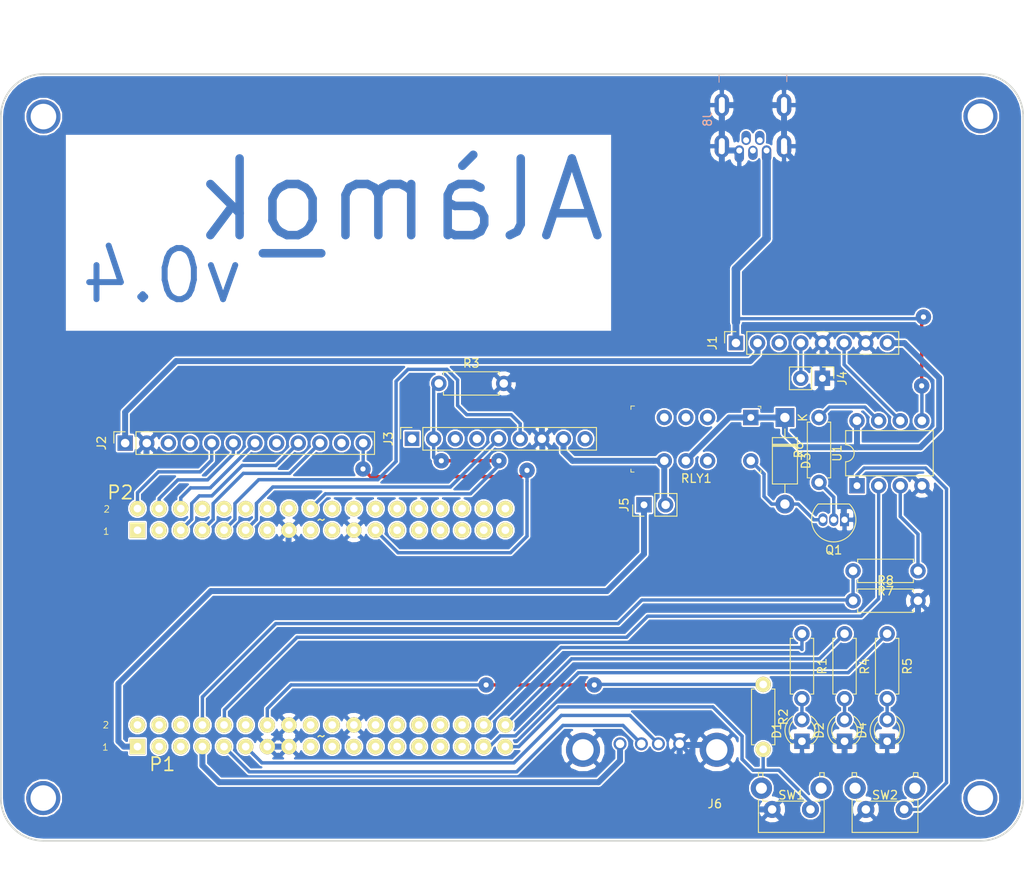
<source format=kicad_pcb>
(kicad_pcb (version 20171130) (host pcbnew "(5.0.0-rc2-dev-567-g482fd866b)")
  (title_block (title "<Add project name here>") (date 2017-08-14))
  (layers (0 Top signal) (1 VDD signal) (2 DigitalGND signal) (31 Bottom signal) (34 B.Paste user) (35 F.Paste user) (36 B.SilkS user hide) (37 F.SilkS user hide) (38 B.Mask user) (39 F.Mask user) (44 Edge.Cuts user))
  (net 0 "")
  (net 1 GND)
  (net 2 USB_DC)
  (net 3 VDD_5V)
  (net 4 VDD_3V3B)
  (net 5 SYS_5V)
  (net 6 VIN.BAT)
  (net 7 "/(U1.P12)PWM1A")
  (net 8 "/(U1.T16)")
  (net 9 "/(U1.P5)GPIO-0.23")
  (net 10 "/(U1.R15)")
  (net 11 "/(U1.P15)UART4.RX")
  (net 12 "/(U1.T15)")
  (net 13 "/(U1.R16)UART4.TX")
  (net 14 "/(U1.N14)")
  (net 15 "/(U1.B11)I2C1.SCL")
  (net 16 "/(U1.R13)")
  (net 17 "/(U1.A11)I2C1.SDA")
  (net 18 "/(U1.T11)PWR.BTN")
  (net 19 /BAT.TEMP)
  (net 20 "/(U1.T7)")
  (net 21 "/(U1.P7)PRU-0.15")
  (net 22 "/(U1.T5)")
  (net 23 "/(U1.R7)")
  (net 24 "/(U1.T6)PRU-0.14")
  (net 25 "/(U1.P6)")
  (net 26 "/(U1.C13)SPI1.MOSI")
  (net 27 "/(U1.R11)RESET#")
  (net 28 "/(U1.C12)SPI1.MISO")
  (net 29 "/(U1.C3)PRU-0.6")
  (net 30 "/(U1.C5)SPI1.CLK")
  (net 31 "/(U1.B1)PRU-0.3")
  (net 32 "/(U1.A4)SPI1.CS")
  (net 33 "/(U1.B2)PRU-0.2")
  (net 34 "/(U1.R6)")
  (net 35 "/(U1.B3)PRU-0.5")
  (net 36 "/(U1.F3)AIN5~3.3V")
  (net 37 "/(U1.N13)AIN7~1.8V")
  (net 38 "/(U1.A1)PWM0A")
  (net 39 "/(U1.F1)")
  (net 40 "/(U1.R5)GPIO-0.26")
  (net 41 "/(U1.A2)PRU-0.1")
  (net 42 "/(U1.A12)UART0.RX")
  (net 43 "/(U1.A3)PRU-0.4")
  (net 44 "/(U1.B12)UART0.TX")
  (net 45 "/(U1.C4)PRU-0.7")
  (net 46 "/(U1.A10)I2C2.SCL")
  (net 47 "/(U1.C7)AIN4~1.8V")
  (net 48 "/(U1.B10)I2C2.SDA")
  (net 49 "/(U1.C6)AIN3~1.8V")
  (net 50 "/(U1.B6)AIN2~1.8V")
  (net 51 "/(U1.B8)AIN1~1.8V")
  (net 52 "/(U1.B4)PRU-0.16")
  (net 53 "/(U1.A8)AIN0~1.8V")
  (net 54 "/(U1.B7)VREF+")
  (net 55 "/(U1.B9)VREF-")
  (net 56 "/(U1.B14)SPI0.MOSI")
  (net 57 "/(U1.L15)USB1.D+")
  (net 58 "/(U1.B13)SPI0.MISO")
  (net 59 "/(U1.L16)USB1.D-")
  (net 60 "/(U1.A13)SPI0.CLK")
  (net 61 "/(U1.A14)SPI0.CS")
  (net 62 "/(U1.M15)USB1.VBUS")
  (net 63 "/(U1.E1)")
  (net 64 "/(U1.M14)USB1.DRVVBUS")
  (net 65 "/(U1.F2)AIN6~3.3V")
  (net 66 /Vbat)
  (net 67 "Net-(J1-Pad3)")
  (net 68 /EN)
  (net 69 "Net-(J2-Pad3)")
  (net 70 "Net-(J2-Pad4)")
  (net 71 "Net-(J2-Pad8)")
  (net 72 "Net-(J2-Pad11)")
  (net 73 "Net-(J3-Pad1)")
  (net 74 "Net-(J3-Pad3)")
  (net 75 "Net-(J3-Pad4)")
  (net 76 "Net-(J3-Pad9)")
  (net 77 "Net-(D1-Pad2)")
  (net 78 "Net-(D2-Pad2)")
  (net 79 /VinPB)
  (net 80 /5Vin)
  (net 81 "Net-(D3-Pad2)")
  (net 82 "Net-(D4-Pad2)")
  (net 83 /Vusb)
  (net 84 /LBO)
  (net 85 "Net-(J8-Pad3)")
  (net 86 "Net-(J8-Pad4)")
  (net 87 "Net-(J8-Pad2)")
  (net 88 "Net-(Q1-Pad2)")
  (net 89 /Relay)
  (net 90 "Net-(R7-Pad1)")
  (net 91 "Net-(RLY1-Pad10)")
  (net 92 "Net-(RLY1-Pad3)")
  (net 93 /Reset)
  (net 94 "Net-(RLY1-Pad5)")
  (net 95 "Net-(RLY1-Pad4)")
  (module connectors:USB_A_0482580001 (layer Top) (at 98.550082 104.183026)
    (fp_text reference J6 (at 7.62 6.35) (layer F.SilkS))
    (fp_text value USB_A)
    (pad 5 thru_hole circle (at 7.85 0) (size 4 4) (drill 2.5) (layers *.Cu *.Mask) (net 1 GND))
    (pad 5 thru_hole circle (at -7.85 0) (size 4 4) (drill 2.5) (layers *.Cu *.Mask) (net 1 GND))
    (pad 4 thru_hole circle (at 3.5 -0.7) (size 1.524 1.524) (drill 1) (layers *.Cu *.Mask) (net 1 GND))
    (pad 3 thru_hole circle (at 1 -0.7) (size 1.524 1.524) (drill 1) (layers *.Cu *.Mask) (net 57 "/(U1.L15)USB1.D+"))
    (pad 2 thru_hole circle (at -1 -0.7 90) (size 1.524 1.524) (drill 1) (layers *.Cu *.Mask) (net 59 "/(U1.L16)USB1.D-"))
    (pad 1 thru_hole circle (at -3.5 -0.7) (size 1.524 1.524) (drill 1) (layers *.Cu *.Mask) (net 2 USB_DC))
  )
  (module "PocketBeagle.pretty:TH-2X18-(35MIL-DIA)-W_O-SILK" (layer Top) (at 59.998336 102.541502)
    (fp_text reference P1 (at -18.68678 3.34518) (layer F.SilkS) (effects (font (size 1.56845 1.56845) (thickness 0.19812))))
    (fp_text value ~ (at 0 0) (layer F.SilkS) (effects (font (size 1.524 1.524))))
    (pad 36 thru_hole circle (at 21.59 -1.27) (size 1.8 1.8) (drill 0.9) (layers *.Cu *.Mask F.SilkS) (net 38 "/(U1.A1)PWM0A"))
    (pad 35 thru_hole circle (at 21.59 1.27) (size 1.8 1.8) (drill 0.9) (layers *.Cu *.Mask F.SilkS) (net 39 "/(U1.F1)"))
    (pad 34 thru_hole circle (at 19.05 -1.27) (size 1.8 1.8) (drill 0.9) (layers *.Cu *.Mask F.SilkS) (net 40 "/(U1.R5)GPIO-0.26"))
    (pad 33 thru_hole circle (at 19.05 1.27) (size 1.8 1.8) (drill 0.9) (layers *.Cu *.Mask F.SilkS) (net 41 "/(U1.A2)PRU-0.1"))
    (pad 32 thru_hole circle (at 16.51 -1.27) (size 1.8 1.8) (drill 0.9) (layers *.Cu *.Mask F.SilkS) (net 42 "/(U1.A12)UART0.RX"))
    (pad 31 thru_hole circle (at 16.51 1.27) (size 1.8 1.8) (drill 0.9) (layers *.Cu *.Mask F.SilkS) (net 43 "/(U1.A3)PRU-0.4"))
    (pad 30 thru_hole circle (at 13.97 -1.27) (size 1.8 1.8) (drill 0.9) (layers *.Cu *.Mask F.SilkS) (net 44 "/(U1.B12)UART0.TX"))
    (pad 29 thru_hole circle (at 13.97 1.27) (size 1.8 1.8) (drill 0.9) (layers *.Cu *.Mask F.SilkS) (net 45 "/(U1.C4)PRU-0.7"))
    (pad 28 thru_hole circle (at 11.43 -1.27) (size 1.8 1.8) (drill 0.9) (layers *.Cu *.Mask F.SilkS) (net 46 "/(U1.A10)I2C2.SCL"))
    (pad 27 thru_hole circle (at 11.43 1.27) (size 1.8 1.8) (drill 0.9) (layers *.Cu *.Mask F.SilkS) (net 47 "/(U1.C7)AIN4~1.8V"))
    (pad 26 thru_hole circle (at 8.89 -1.27) (size 1.8 1.8) (drill 0.9) (layers *.Cu *.Mask F.SilkS) (net 48 "/(U1.B10)I2C2.SDA"))
    (pad 25 thru_hole circle (at 8.89 1.27) (size 1.8 1.8) (drill 0.9) (layers *.Cu *.Mask F.SilkS) (net 49 "/(U1.C6)AIN3~1.8V"))
    (pad 24 thru_hole circle (at 6.35 -1.27) (size 1.8 1.8) (drill 0.9) (layers *.Cu *.Mask F.SilkS) (net 5 SYS_5V))
    (pad 23 thru_hole circle (at 6.35 1.27) (size 1.8 1.8) (drill 0.9) (layers *.Cu *.Mask F.SilkS) (net 50 "/(U1.B6)AIN2~1.8V"))
    (pad 22 thru_hole circle (at 3.81 -1.27) (size 1.8 1.8) (drill 0.9) (layers *.Cu *.Mask F.SilkS) (net 1 GND))
    (pad 21 thru_hole circle (at 3.81 1.27) (size 1.8 1.8) (drill 0.9) (layers *.Cu *.Mask F.SilkS) (net 51 "/(U1.B8)AIN1~1.8V"))
    (pad 20 thru_hole circle (at 1.27 -1.27) (size 1.8 1.8) (drill 0.9) (layers *.Cu *.Mask F.SilkS) (net 52 "/(U1.B4)PRU-0.16"))
    (pad 19 thru_hole circle (at 1.27 1.27) (size 1.8 1.8) (drill 0.9) (layers *.Cu *.Mask F.SilkS) (net 53 "/(U1.A8)AIN0~1.8V"))
    (pad 18 thru_hole circle (at -1.27 -1.27) (size 1.8 1.8) (drill 0.9) (layers *.Cu *.Mask F.SilkS) (net 54 "/(U1.B7)VREF+"))
    (pad 17 thru_hole circle (at -1.27 1.27) (size 1.8 1.8) (drill 0.9) (layers *.Cu *.Mask F.SilkS) (net 55 "/(U1.B9)VREF-"))
    (pad 16 thru_hole circle (at -3.81 -1.27) (size 1.8 1.8) (drill 0.9) (layers *.Cu *.Mask F.SilkS) (net 1 GND))
    (pad 15 thru_hole circle (at -3.81 1.27) (size 1.8 1.8) (drill 0.9) (layers *.Cu *.Mask F.SilkS) (net 1 GND))
    (pad 14 thru_hole circle (at -6.35 -1.27) (size 1.8 1.8) (drill 0.9) (layers *.Cu *.Mask F.SilkS) (net 4 VDD_3V3B))
    (pad 13 thru_hole circle (at -6.35 1.27) (size 1.8 1.8) (drill 0.9) (layers *.Cu *.Mask F.SilkS) (net 1 GND))
    (pad 12 thru_hole circle (at -8.89 -1.27) (size 1.8 1.8) (drill 0.9) (layers *.Cu *.Mask F.SilkS) (net 56 "/(U1.B14)SPI0.MOSI"))
    (pad 11 thru_hole circle (at -8.89 1.27) (size 1.8 1.8) (drill 0.9) (layers *.Cu *.Mask F.SilkS) (net 57 "/(U1.L15)USB1.D+"))
    (pad 10 thru_hole circle (at -11.43 -1.27) (size 1.8 1.8) (drill 0.9) (layers *.Cu *.Mask F.SilkS) (net 58 "/(U1.B13)SPI0.MISO"))
    (pad 9 thru_hole circle (at -11.43 1.27) (size 1.8 1.8) (drill 0.9) (layers *.Cu *.Mask F.SilkS) (net 59 "/(U1.L16)USB1.D-"))
    (pad 8 thru_hole circle (at -13.97 -1.27) (size 1.8 1.8) (drill 0.9) (layers *.Cu *.Mask F.SilkS) (net 60 "/(U1.A13)SPI0.CLK"))
    (pad 7 thru_hole circle (at -13.97 1.27) (size 1.8 1.8) (drill 0.9) (layers *.Cu *.Mask F.SilkS) (net 2 USB_DC))
    (pad 6 thru_hole circle (at -16.51 -1.27) (size 1.8 1.8) (drill 0.9) (layers *.Cu *.Mask F.SilkS) (net 61 "/(U1.A14)SPI0.CS"))
    (pad 5 thru_hole circle (at -16.51 1.27) (size 1.8 1.8) (drill 0.9) (layers *.Cu *.Mask F.SilkS) (net 62 "/(U1.M15)USB1.VBUS"))
    (pad 4 thru_hole circle (at -19.05 -1.27) (size 1.8 1.8) (drill 0.9) (layers *.Cu *.Mask F.SilkS) (net 63 "/(U1.E1)"))
    (pad 3 thru_hole circle (at -19.05 1.27) (size 1.8 1.8) (drill 0.9) (layers *.Cu *.Mask F.SilkS) (net 64 "/(U1.M14)USB1.DRVVBUS"))
    (pad 2 thru_hole circle (at -21.59 -1.27) (size 1.8 1.8) (drill 0.9) (layers *.Cu *.Mask F.SilkS) (net 65 "/(U1.F2)AIN6~3.3V"))
    (pad 1 thru_hole rect (at -21.59 1.27) (size 1.8 1.8) (drill 0.889) (layers *.Cu *.Mask F.SilkS) (net 79 /VinPB))
  )
  (module "PocketBeagle.pretty:TH-2X18-(35MIL-DIA)-W_O-SILK" (layer Top) (at 59.998336 77.141502)
    (fp_text reference P2 (at -23.6055 -3.15468 -180) (layer F.SilkS) (effects (font (size 1.56845 1.56845) (thickness 0.19812))))
    (fp_text value ~ (at 0 0) (layer F.SilkS) (effects (font (size 1.524 1.524))))
    (pad 1 thru_hole rect (at -21.59 1.27) (size 1.8 1.8) (drill 0.889) (layers *.Cu *.Mask F.SilkS) (net 7 "/(U1.P12)PWM1A"))
    (pad 2 thru_hole circle (at -21.59 -1.27) (size 1.8 1.8) (drill 0.9) (layers *.Cu *.Mask F.SilkS) (net 8 "/(U1.T16)"))
    (pad 3 thru_hole circle (at -19.05 1.27) (size 1.8 1.8) (drill 0.9) (layers *.Cu *.Mask F.SilkS) (net 9 "/(U1.P5)GPIO-0.23"))
    (pad 4 thru_hole circle (at -19.05 -1.27) (size 1.8 1.8) (drill 0.9) (layers *.Cu *.Mask F.SilkS) (net 10 "/(U1.R15)"))
    (pad 5 thru_hole circle (at -16.51 1.27) (size 1.8 1.8) (drill 0.9) (layers *.Cu *.Mask F.SilkS) (net 11 "/(U1.P15)UART4.RX"))
    (pad 6 thru_hole circle (at -16.51 -1.27) (size 1.8 1.8) (drill 0.9) (layers *.Cu *.Mask F.SilkS) (net 12 "/(U1.T15)"))
    (pad 7 thru_hole circle (at -13.97 1.27) (size 1.8 1.8) (drill 0.9) (layers *.Cu *.Mask F.SilkS) (net 13 "/(U1.R16)UART4.TX"))
    (pad 8 thru_hole circle (at -13.97 -1.27) (size 1.8 1.8) (drill 0.9) (layers *.Cu *.Mask F.SilkS) (net 14 "/(U1.N14)"))
    (pad 9 thru_hole circle (at -11.43 1.27) (size 1.8 1.8) (drill 0.9) (layers *.Cu *.Mask F.SilkS) (net 15 "/(U1.B11)I2C1.SCL"))
    (pad 10 thru_hole circle (at -11.43 -1.27) (size 1.8 1.8) (drill 0.9) (layers *.Cu *.Mask F.SilkS) (net 16 "/(U1.R13)"))
    (pad 11 thru_hole circle (at -8.89 1.27) (size 1.8 1.8) (drill 0.9) (layers *.Cu *.Mask F.SilkS) (net 17 "/(U1.A11)I2C1.SDA"))
    (pad 12 thru_hole circle (at -8.89 -1.27) (size 1.8 1.8) (drill 0.9) (layers *.Cu *.Mask F.SilkS) (net 18 "/(U1.T11)PWR.BTN"))
    (pad 13 thru_hole circle (at -6.35 1.27) (size 1.8 1.8) (drill 0.9) (layers *.Cu *.Mask F.SilkS) (net 5 SYS_5V))
    (pad 14 thru_hole circle (at -6.35 -1.27) (size 1.8 1.8) (drill 0.9) (layers *.Cu *.Mask F.SilkS) (net 6 VIN.BAT))
    (pad 15 thru_hole circle (at -3.81 1.27) (size 1.8 1.8) (drill 0.9) (layers *.Cu *.Mask F.SilkS) (net 1 GND))
    (pad 16 thru_hole circle (at -3.81 -1.27) (size 1.8 1.8) (drill 0.9) (layers *.Cu *.Mask F.SilkS) (net 19 /BAT.TEMP))
    (pad 17 thru_hole circle (at -1.27 1.27) (size 1.8 1.8) (drill 0.9) (layers *.Cu *.Mask F.SilkS) (net 20 "/(U1.T7)"))
    (pad 18 thru_hole circle (at -1.27 -1.27) (size 1.8 1.8) (drill 0.9) (layers *.Cu *.Mask F.SilkS) (net 21 "/(U1.P7)PRU-0.15"))
    (pad 19 thru_hole circle (at 1.27 1.27) (size 1.8 1.8) (drill 0.9) (layers *.Cu *.Mask F.SilkS) (net 22 "/(U1.T5)"))
    (pad 20 thru_hole circle (at 1.27 -1.27) (size 1.8 1.8) (drill 0.9) (layers *.Cu *.Mask F.SilkS) (net 23 "/(U1.R7)"))
    (pad 21 thru_hole circle (at 3.81 1.27) (size 1.8 1.8) (drill 0.9) (layers *.Cu *.Mask F.SilkS) (net 1 GND))
    (pad 22 thru_hole circle (at 3.81 -1.27) (size 1.8 1.8) (drill 0.9) (layers *.Cu *.Mask F.SilkS) (net 24 "/(U1.T6)PRU-0.14"))
    (pad 23 thru_hole circle (at 6.35 1.27) (size 1.8 1.8) (drill 0.9) (layers *.Cu *.Mask F.SilkS) (net 4 VDD_3V3B))
    (pad 24 thru_hole circle (at 6.35 -1.27) (size 1.8 1.8) (drill 0.9) (layers *.Cu *.Mask F.SilkS) (net 25 "/(U1.P6)"))
    (pad 25 thru_hole circle (at 8.89 1.27) (size 1.8 1.8) (drill 0.9) (layers *.Cu *.Mask F.SilkS) (net 26 "/(U1.C13)SPI1.MOSI"))
    (pad 26 thru_hole circle (at 8.89 -1.27) (size 1.8 1.8) (drill 0.9) (layers *.Cu *.Mask F.SilkS) (net 27 "/(U1.R11)RESET#"))
    (pad 27 thru_hole circle (at 11.43 1.27) (size 1.8 1.8) (drill 0.9) (layers *.Cu *.Mask F.SilkS) (net 28 "/(U1.C12)SPI1.MISO"))
    (pad 28 thru_hole circle (at 11.43 -1.27) (size 1.8 1.8) (drill 0.9) (layers *.Cu *.Mask F.SilkS) (net 29 "/(U1.C3)PRU-0.6"))
    (pad 29 thru_hole circle (at 13.97 1.27) (size 1.8 1.8) (drill 0.9) (layers *.Cu *.Mask F.SilkS) (net 30 "/(U1.C5)SPI1.CLK"))
    (pad 30 thru_hole circle (at 13.97 -1.27) (size 1.8 1.8) (drill 0.9) (layers *.Cu *.Mask F.SilkS) (net 31 "/(U1.B1)PRU-0.3"))
    (pad 31 thru_hole circle (at 16.51 1.27) (size 1.8 1.8) (drill 0.9) (layers *.Cu *.Mask F.SilkS) (net 32 "/(U1.A4)SPI1.CS"))
    (pad 32 thru_hole circle (at 16.51 -1.27) (size 1.8 1.8) (drill 0.9) (layers *.Cu *.Mask F.SilkS) (net 33 "/(U1.B2)PRU-0.2"))
    (pad 33 thru_hole circle (at 19.05 1.27) (size 1.8 1.8) (drill 0.9) (layers *.Cu *.Mask F.SilkS) (net 34 "/(U1.R6)"))
    (pad 34 thru_hole circle (at 19.05 -1.27) (size 1.8 1.8) (drill 0.9) (layers *.Cu *.Mask F.SilkS) (net 35 "/(U1.B3)PRU-0.5"))
    (pad 35 thru_hole circle (at 21.59 1.27) (size 1.8 1.8) (drill 0.9) (layers *.Cu *.Mask F.SilkS) (net 36 "/(U1.F3)AIN5~3.3V"))
    (pad 36 thru_hole circle (at 21.59 -1.27) (size 1.8 1.8) (drill 0.9) (layers *.Cu *.Mask F.SilkS) (net 37 "/(U1.N13)AIN7~1.8V"))
  )
  (module LED_THT:LED_D3.0mm (layer Top) (at 116.400082 103.183026 90)
    (fp_text reference D1 (at 1.27 -2.96 90) (layer F.SilkS))
    (fp_text value LED1)
    (pad 2 thru_hole circle (at 2.54 0 90) (size 1.8 1.8) (drill 1) (layers *.Cu *.Mask) (net 77 "Net-(D1-Pad2)"))
    (pad 1 thru_hole rect (at 0 0 90) (size 1.8 1.8) (drill 0.9) (layers *.Cu *.Mask) (net 1 GND))
  )
  (module LED_THT:LED_D3.0mm (layer Top) (at 121.400082 103.183026 90)
    (fp_text reference D2 (at 1.27 -2.96 90) (layer F.SilkS))
    (fp_text value LED2)
    (pad 1 thru_hole rect (at 0 0 90) (size 1.8 1.8) (drill 0.9) (layers *.Cu *.Mask) (net 1 GND))
    (pad 2 thru_hole circle (at 2.54 0 90) (size 1.8 1.8) (drill 1) (layers *.Cu *.Mask) (net 78 "Net-(D2-Pad2)"))
  )
  (module LED_THT:LED_D3.0mm (layer Top) (at 126.400082 103.183026 90)
    (fp_text reference D4 (at 1.27 -2.96 90) (layer F.SilkS))
    (fp_text value LED3)
    (pad 1 thru_hole rect (at 0 0 90) (size 1.8 1.8) (drill 0.9) (layers *.Cu *.Mask) (net 1 GND))
    (pad 2 thru_hole circle (at 2.54 0 90) (size 1.8 1.8) (drill 1) (layers *.Cu *.Mask) (net 82 "Net-(D4-Pad2)"))
  )
  (module Connector_PinSocket_2.54mm:PinSocket_1x08_P2.54mm_Vertical (layer Top) (at 108.650082 56.433026 90)
    (fp_text reference J1 (at 0 -2.77 90) (layer F.SilkS))
    (fp_text value PowerBoost_1000C)
    (pad 1 thru_hole rect (at 0 0 90) (size 1.7 1.7) (drill 1) (layers *.Cu *.Mask) (net 83 /Vusb))
    (pad 2 thru_hole circle (at 0 2.54 90) (size 1.8 1.8) (drill 1) (layers *.Cu *.Mask) (net 66 /Vbat))
    (pad 3 thru_hole circle (at 0 5.08 90) (size 1.8 1.8) (drill 1) (layers *.Cu *.Mask) (net 67 "Net-(J1-Pad3)"))
    (pad 4 thru_hole circle (at 0 7.62 90) (size 1.8 1.8) (drill 1) (layers *.Cu *.Mask) (net 68 /EN))
    (pad 5 thru_hole circle (at 0 10.16 90) (size 1.8 1.8) (drill 1) (layers *.Cu *.Mask) (net 1 GND))
    (pad 6 thru_hole circle (at 0 12.7 90) (size 1.8 1.8) (drill 1) (layers *.Cu *.Mask) (net 84 /LBO))
    (pad 7 thru_hole circle (at 0 15.24 90) (size 1.8 1.8) (drill 1) (layers *.Cu *.Mask) (net 1 GND))
    (pad 8 thru_hole circle (at 0 17.78 90) (size 1.8 1.8) (drill 1) (layers *.Cu *.Mask) (net 80 /5Vin))
  )
  (module Connector_PinSocket_2.54mm:PinSocket_1x12_P2.54mm_Vertical (layer Top) (at 36.960082 68.183026 90)
    (fp_text reference J2 (at 0 -2.77 90) (layer F.SilkS))
    (fp_text value FONA800H)
    (pad 1 thru_hole rect (at 0 0 90) (size 1.8 1.8) (drill 1) (layers *.Cu *.Mask) (net 66 /Vbat))
    (pad 2 thru_hole circle (at 0 2.54 90) (size 1.8 1.8) (drill 1) (layers *.Cu *.Mask) (net 1 GND))
    (pad 3 thru_hole circle (at 0 5.08 90) (size 1.8 1.8) (drill 1) (layers *.Cu *.Mask) (net 69 "Net-(J2-Pad3)"))
    (pad 4 thru_hole circle (at 0 7.62 90) (size 1.8 1.8) (drill 1) (layers *.Cu *.Mask) (net 70 "Net-(J2-Pad4)"))
    (pad 5 thru_hole circle (at 0 10.16 90) (size 1.8 1.8) (drill 1) (layers *.Cu *.Mask) (net 8 "/(U1.T16)"))
    (pad 6 thru_hole circle (at 0 12.7 90) (size 1.8 1.8) (drill 1) (layers *.Cu *.Mask) (net 10 "/(U1.R15)"))
    (pad 7 thru_hole circle (at 0 15.24 90) (size 1.8 1.8) (drill 1) (layers *.Cu *.Mask) (net 12 "/(U1.T15)"))
    (pad 8 thru_hole circle (at 0 17.78 90) (size 1.8 1.8) (drill 1) (layers *.Cu *.Mask) (net 71 "Net-(J2-Pad8)"))
    (pad 9 thru_hole circle (at 0 20.32 90) (size 1.8 1.8) (drill 1) (layers *.Cu *.Mask) (net 11 "/(U1.P15)UART4.RX"))
    (pad 10 thru_hole circle (at 0 22.86 90) (size 1.8 1.8) (drill 1) (layers *.Cu *.Mask) (net 13 "/(U1.R16)UART4.TX"))
    (pad 11 thru_hole circle (at 0 25.4 90) (size 1.8 1.8) (drill 1) (layers *.Cu *.Mask) (net 72 "Net-(J2-Pad11)"))
    (pad 12 thru_hole circle (at 0 27.94 90) (size 1.8 1.8) (drill 1) (layers *.Cu *.Mask) (net 4 VDD_3V3B))
  )
  (module Connector_PinSocket_2.54mm:PinSocket_1x09_P2.54mm_Vertical (layer Top) (at 70.630082 67.683026 90)
    (fp_text reference J3 (at 0 -2.77 90) (layer F.SilkS))
    (fp_text value UltimateGPS)
    (pad 1 thru_hole rect (at 0 0 90) (size 1.7 1.7) (drill 1) (layers *.Cu *.Mask) (net 73 "Net-(J3-Pad1)"))
    (pad 2 thru_hole circle (at 0 2.54 90) (size 1.8 1.8) (drill 1) (layers *.Cu *.Mask) (net 21 "/(U1.P7)PRU-0.15"))
    (pad 3 thru_hole circle (at 0 5.08 90) (size 1.8 1.8) (drill 1) (layers *.Cu *.Mask) (net 74 "Net-(J3-Pad3)"))
    (pad 4 thru_hole circle (at 0 7.62 90) (size 1.8 1.8) (drill 1) (layers *.Cu *.Mask) (net 75 "Net-(J3-Pad4)"))
    (pad 5 thru_hole circle (at 0 10.16 90) (size 1.8 1.8) (drill 1) (layers *.Cu *.Mask) (net 17 "/(U1.A11)I2C1.SDA"))
    (pad 6 thru_hole circle (at 0 12.7 90) (size 1.8 1.8) (drill 1) (layers *.Cu *.Mask) (net 15 "/(U1.B11)I2C1.SCL"))
    (pad 7 thru_hole circle (at 0 15.24 90) (size 1.8 1.8) (drill 1) (layers *.Cu *.Mask) (net 1 GND))
    (pad 8 thru_hole circle (at 0 17.78 90) (size 1.8 1.8) (drill 1) (layers *.Cu *.Mask) (net 3 VDD_5V))
    (pad 9 thru_hole circle (at 0 20.32 90) (size 1.8 1.8) (drill 1) (layers *.Cu *.Mask) (net 76 "Net-(J3-Pad9)"))
  )
  (module Connector_PinHeader_2.54mm:PinHeader_1x02_P2.54mm_Vertical (layer Top) (at 118.800082 60.583026 270)
    (fp_text reference J4 (at 0 -2.33 270) (layer F.SilkS))
    (fp_text value Conn_01x02_Male)
    (pad 2 thru_hole circle (at 0 2.54 270) (size 1.8 1.8) (drill 1) (layers *.Cu *.Mask) (net 68 /EN))
    (pad 1 thru_hole rect (at 0 0 270) (size 1.8 1.8) (drill 0.8) (layers *.Cu *.Mask) (net 1 GND))
  )
  (module Connector_PinHeader_2.54mm:PinHeader_1x02_P2.54mm_Vertical (layer Top) (at 97.860082 75.433026 90)
    (fp_text reference J5 (at 0 -2.33 90) (layer F.SilkS))
    (fp_text value Conn_01x02_Male)
    (pad 1 thru_hole rect (at 0 0 90) (size 1.8 1.8) (drill 0.8) (layers *.Cu *.Mask) (net 79 /VinPB))
    (pad 2 thru_hole circle (at 0 2.54 90) (size 1.8 1.8) (drill 1) (layers *.Cu *.Mask) (net 3 VDD_5V))
  )
  (module connectors:USB_Mini_B_Female_XM7D-0512 (layer Bottom) (at 110.646064 33.83939 270)
    (fp_text reference J8 (at -3.65 5.325 270) (layer B.SilkS) (effects (justify mirror)))
    (fp_text value USB_B_Mini)
    (pad 3 thru_hole oval (at 0 0 270) (size 1.65 1.1) (drill 0.7 (offset 0.275 0)) (layers *.Cu *.Mask) (net 85 "Net-(J8-Pad3)"))
    (pad 5 thru_hole oval (at 0 1.6 270) (size 2 1.1) (drill 0.7 (offset 0.4 0)) (layers *.Cu *.Mask) (net 1 GND))
    (pad 1 thru_hole oval (at 0 -1.6 270) (size 2 1.1) (drill 0.7 (offset 0.4 0)) (layers *.Cu *.Mask) (net 83 /Vusb))
    (pad 4 thru_hole oval (at -1.2 0.8 270) (size 1.65 1.1) (drill 0.7 (offset -0.275 0)) (layers *.Cu *.Mask) (net 86 "Net-(J8-Pad4)"))
    (pad 2 thru_hole oval (at -1.2 -0.8 270) (size 1.65 1.1) (drill 0.7 (offset -0.275 0)) (layers *.Cu *.Mask) (net 87 "Net-(J8-Pad2)"))
    (pad 6 thru_hole oval (at -5.325 3.65 270) (size 2.7 1.7) (drill oval 1.9 0.7) (layers *.Cu *.Mask) (net 1 GND))
    (pad 6 thru_hole oval (at -5.325 -3.65 270) (size 2.7 1.7) (drill oval 1.9 0.7) (layers *.Cu *.Mask) (net 1 GND))
    (pad 6 thru_hole oval (at -0.5 3.65 270) (size 2.7 1.7) (drill oval 1.9 0.7) (layers *.Cu *.Mask) (net 1 GND))
    (pad 6 thru_hole oval (at -0.5 -3.65 270) (size 2.7 1.7) (drill oval 1.9 0.7) (layers *.Cu *.Mask) (net 1 GND))
  )
  (module Package_TO_SOT_THT:TO-92_Inline (layer Top) (at 121.400082 77.183026 180)
    (fp_text reference Q1 (at 1.27 -3.56 180) (layer F.SilkS))
    (fp_text value 2N3904)
    (pad 2 thru_hole oval (at 1.27 0 180) (size 1.05 1.5) (drill 0.75) (layers *.Cu *.Mask) (net 88 "Net-(Q1-Pad2)"))
    (pad 3 thru_hole oval (at 2.54 0 180) (size 1.05 1.5) (drill 0.75) (layers *.Cu *.Mask) (net 81 "Net-(D3-Pad2)"))
    (pad 1 thru_hole rect (at 0 0 180) (size 1.05 1.5) (drill 0.75) (layers *.Cu *.Mask) (net 1 GND))
  )
  (module Resistor_THT:R_Axial_DIN0207_L6.3mm_D2.5mm_P7.62mm_Horizontal (layer Top) (at 116.400082 90.563026 270)
    (fp_text reference R1 (at 3.81 -2.37 270) (layer F.SilkS))
    (fp_text value 330Ohm)
    (pad 2 thru_hole circle (at 7.62 0 270) (size 1.8 1.8) (drill 1) (layers *.Cu *.Mask) (net 77 "Net-(D1-Pad2)"))
    (pad 1 thru_hole circle (at 0 0 270) (size 1.8 1.8) (drill 1) (layers *.Cu *.Mask) (net 40 "/(U1.R5)GPIO-0.26"))
  )
  (module Resistor_THT:R_Axial_DIN0207_L6.3mm_D2.5mm_P7.62mm_Horizontal (layer Top) (at 111.850082 96.513026 270)
    (fp_text reference R2 (at 3.81 -2.37 270) (layer F.SilkS))
    (fp_text value 1kOhm)
    (pad 2 thru_hole circle (at 7.62 0 270) (size 1.8 1.8) (drill 0.9) (layers *.Cu *.Mask F.SilkS) (net 39 "/(U1.F1)"))
    (pad 1 thru_hole circle (at 0 0 270) (size 1.8 1.8) (drill 0.9) (layers *.Cu *.Mask F.SilkS) (net 4 VDD_3V3B))
  )
  (module Resistor_THT:R_Axial_DIN0207_L6.3mm_D2.5mm_P7.62mm_Horizontal (layer Top) (at 73.780082 61.183026)
    (fp_text reference R3 (at 3.81 -2.37) (layer F.SilkS))
    (fp_text value 1kOhm)
    (pad 2 thru_hole circle (at 7.62 0) (size 1.8 1.8) (drill 1) (layers *.Cu *.Mask) (net 1 GND))
    (pad 1 thru_hole circle (at 0 0) (size 1.8 1.8) (drill 1) (layers *.Cu *.Mask) (net 21 "/(U1.P7)PRU-0.15"))
  )
  (module Resistor_THT:R_Axial_DIN0207_L6.3mm_D2.5mm_P7.62mm_Horizontal (layer Top) (at 121.400082 90.563026 270)
    (fp_text reference R4 (at 3.81 -2.37 270) (layer F.SilkS))
    (fp_text value 330Ohm)
    (pad 1 thru_hole circle (at 0 0 270) (size 1.8 1.8) (drill 1) (layers *.Cu *.Mask) (net 38 "/(U1.A1)PWM0A"))
    (pad 2 thru_hole circle (at 7.62 0 270) (size 1.8 1.8) (drill 1) (layers *.Cu *.Mask) (net 78 "Net-(D2-Pad2)"))
  )
  (module Resistor_THT:R_Axial_DIN0207_L6.3mm_D2.5mm_P7.62mm_Horizontal (layer Top) (at 126.400082 90.563026 270)
    (fp_text reference R5 (at 3.81 -2.37 270) (layer F.SilkS))
    (fp_text value 330Ohm)
    (pad 1 thru_hole circle (at 0 0 270) (size 1.8 1.8) (drill 1) (layers *.Cu *.Mask) (net 41 "/(U1.A2)PRU-0.1"))
    (pad 2 thru_hole circle (at 7.62 0 270) (size 1.8 1.8) (drill 1) (layers *.Cu *.Mask) (net 82 "Net-(D4-Pad2)"))
  )
  (module Resistor_THT:R_Axial_DIN0207_L6.3mm_D2.5mm_P7.62mm_Horizontal (layer Top) (at 118.400082 72.803026 90)
    (fp_text reference R6 (at 3.81 -2.37 90) (layer F.SilkS))
    (fp_text value 1kOhm)
    (pad 1 thru_hole circle (at 0 0 90) (size 1.8 1.8) (drill 1) (layers *.Cu *.Mask) (net 88 "Net-(Q1-Pad2)"))
    (pad 2 thru_hole circle (at 7.62 0 90) (size 1.8 1.8) (drill 1) (layers *.Cu *.Mask) (net 89 /Relay))
  )
  (module Resistor_THT:R_Axial_DIN0207_L6.3mm_D2.5mm_P7.62mm_Horizontal (layer Top) (at 130.020082 83.183026 180)
    (fp_text reference R7 (at 3.81 -2.37 180) (layer F.SilkS))
    (fp_text value 3kOhm)
    (pad 2 thru_hole circle (at 7.62 0 180) (size 1.8 1.8) (drill 1) (layers *.Cu *.Mask) (net 60 "/(U1.A13)SPI0.CLK"))
    (pad 1 thru_hole circle (at 0 0 180) (size 1.8 1.8) (drill 1) (layers *.Cu *.Mask) (net 90 "Net-(R7-Pad1)"))
  )
  (module Resistor_THT:R_Axial_DIN0207_L6.3mm_D2.5mm_P7.62mm_Horizontal (layer Top) (at 122.400082 86.683026)
    (fp_text reference R8 (at 3.81 -2.37) (layer F.SilkS))
    (fp_text value 5kOhm)
    (pad 1 thru_hole circle (at 0 0) (size 1.8 1.8) (drill 1) (layers *.Cu *.Mask) (net 60 "/(U1.A13)SPI0.CLK"))
    (pad 2 thru_hole circle (at 7.62 0) (size 1.8 1.8) (drill 1) (layers *.Cu *.Mask) (net 1 GND))
  )
  (module digikey-footprints:Relay_THT_EC2 (layer Top) (at 110.400082 70.263026 180)
    (fp_text reference RLY1 (at 6.4 -2.075 180) (layer F.SilkS))
    (fp_text value EC2-5NU)
    (pad 12 thru_hole circle (at 0 0 180) (size 1.8 1.8) (drill 1) (layers *.Cu *.Mask) (net 81 "Net-(D3-Pad2)"))
    (pad 10 thru_hole circle (at 5.08 0 180) (size 1.8 1.8) (drill 1) (layers *.Cu *.Mask) (net 91 "Net-(RLY1-Pad10)"))
    (pad 9 thru_hole circle (at 7.62 0 180) (size 1.8 1.8) (drill 1) (layers *.Cu *.Mask) (net 80 /5Vin))
    (pad 8 thru_hole circle (at 10.16 0 180) (size 1.8 1.8) (drill 1) (layers *.Cu *.Mask) (net 3 VDD_5V))
    (pad 5 thru_hole circle (at 10.16 5.08 180) (size 1.8 1.8) (drill 1) (layers *.Cu *.Mask) (net 94 "Net-(RLY1-Pad5)"))
    (pad 4 thru_hole circle (at 7.62 5.08 180) (size 1.8 1.8) (drill 1) (layers *.Cu *.Mask) (net 95 "Net-(RLY1-Pad4)"))
    (pad 3 thru_hole circle (at 5.08 5.08 180) (size 1.8 1.8) (drill 1) (layers *.Cu *.Mask) (net 92 "Net-(RLY1-Pad3)"))
    (pad 1 thru_hole rect (at 0 5.08 180) (size 1.8 1.8) (drill 0.8) (layers *.Cu *.Mask) (net 80 /5Vin))
  )
  (module Button_Switch_THT:SW_Tactile_SPST_Angled_PTS645Vx83-2LFS (layer Top) (at 117.400082 111.183026 180)
    (fp_text reference SW1 (at 2.25 1.68 180) (layer F.SilkS))
    (fp_text value SW_Push)
    (pad "" thru_hole circle (at 5.76 2.49 180) (size 2.5 2.5) (drill 1.3) (layers *.Cu *.Mask))
    (pad 2 thru_hole circle (at 4.5 0 180) (size 2 2) (drill 1) (layers *.Cu *.Mask) (net 1 GND))
    (pad 1 thru_hole circle (at 0 0 180) (size 2 2) (drill 1) (layers *.Cu *.Mask) (net 39 "/(U1.F1)"))
    (pad "" thru_hole circle (at -1.25 2.49 180) (size 2.5 2.5) (drill 1.3) (layers *.Cu *.Mask))
  )
  (module Button_Switch_THT:SW_Tactile_SPST_Angled_PTS645Vx83-2LFS (layer Top) (at 128.400082 111.183026 180)
    (fp_text reference SW2 (at 2.25 1.68 180) (layer F.SilkS))
    (fp_text value SW_Push)
    (pad "" thru_hole circle (at -1.25 2.49 180) (size 2.5 2.5) (drill 1.3) (layers *.Cu *.Mask))
    (pad 1 thru_hole circle (at 0 0 180) (size 2 2) (drill 1) (layers *.Cu *.Mask) (net 93 /Reset))
    (pad 2 thru_hole circle (at 4.5 0 180) (size 2 2) (drill 1) (layers *.Cu *.Mask) (net 1 GND))
    (pad "" thru_hole circle (at 5.76 2.49 180) (size 2.5 2.5) (drill 1.3) (layers *.Cu *.Mask))
  )
  (module Package_DIP:DIP-8_W7.62mm (layer Top) (at 122.860082 73.183026 90)
    (fp_text reference U1 (at 3.81 -2.33 90) (layer F.SilkS))
    (fp_text value ATtiny85-20PU)
    (pad 1 thru_hole rect (at 0 0 90) (size 1.8 1.8) (drill 0.8) (layers *.Cu *.Mask) (net 93 /Reset))
    (pad 5 thru_hole circle (at 7.62 7.62 90) (size 1.8 1.8) (drill 1) (layers *.Cu *.Mask) (net 83 /Vusb))
    (pad 2 thru_hole circle (at 0 2.54 90) (size 1.8 1.8) (drill 1) (layers *.Cu *.Mask) (net 58 "/(U1.B13)SPI0.MISO"))
    (pad 6 thru_hole circle (at 7.62 5.08 90) (size 1.8 1.8) (drill 1) (layers *.Cu *.Mask) (net 84 /LBO))
    (pad 3 thru_hole circle (at 0 5.08 90) (size 1.8 1.8) (drill 1) (layers *.Cu *.Mask) (net 90 "Net-(R7-Pad1)"))
    (pad 7 thru_hole circle (at 7.62 2.54 90) (size 1.8 1.8) (drill 1) (layers *.Cu *.Mask) (net 89 /Relay))
    (pad 4 thru_hole circle (at 0 7.62 90) (size 1.8 1.8) (drill 1) (layers *.Cu *.Mask) (net 1 GND))
    (pad 8 thru_hole circle (at 7.62 0 90) (size 1.8 1.8) (drill 1) (layers *.Cu *.Mask) (net 80 /5Vin))
  )
  (module Diode_THT:D_DO-41_SOD81_P10.16mm_Horizontal (layer Top) (at 114.400082 65.183026 270)
    (fp_text reference D3 (at 5.08 -2.47 270) (layer F.SilkS))
    (fp_text value 1N4001)
    (fp_text user K (at 0 -2.1 270) (layer F.SilkS))
    (pad 1 thru_hole rect (at 0 0 270) (size 2.2 2.2) (drill 1.1) (layers *.Cu *.Mask) (net 80 /5Vin))
    (pad 2 thru_hole oval (at 10.16 0 270) (size 2.2 2.2) (drill 1.1) (layers *.Cu *.Mask) (net 81 "Net-(D3-Pad2)"))
  )
  (gr_line (start 27.369649 24.86439) (end 137.370352 24.86439) (layer Edge.Cuts) (width 0.2))
  (gr_line (start 22.370082 109.863026) (end 22.370082 29.863957) (layer Edge.Cuts) (width 0.2))
  (gr_arc (start 137.369609 109.863694) (end 137.370352 114.864004) (angle -89.99912868) (layer Edge.Cuts) (width 0.2))
  (gr_arc (start 27.371296 109.86279) (end 22.370082 109.863026) (angle -89.97842456) (layer Edge.Cuts) (width 0.2))
  (gr_arc (start 137.370813 29.863497) (end 142.369919 29.863957) (angle -90.01056474) (layer Edge.Cuts) (width 0.2))
  (gr_line (start 137.370352 114.864004) (end 27.369649 114.864004) (layer Edge.Cuts) (width 0.2))
  (gr_arc (start 27.370091 29.8644) (end 27.369649 24.86439) (angle -89.98986062) (layer Edge.Cuts) (width 0.2))
  (gr_line (start 142.369919 29.863957) (end 142.369919 109.863026) (layer Edge.Cuts) (width 0.2))
  (gr_text v0.4 (at 41.310082 48.553026) (layer Bottom) (effects (font (size 6 6) (thickness 0.7)) (justify mirror)))
  (gr_text _ (at 56.550082 40.933026) (layer Bottom) (effects (font (size 9 9) (thickness 1)) (justify mirror)))
  (gr_text Alàmok (at 69.250082 39.663026) (layer Bottom) (effects (font (size 9 9) (thickness 1)) (justify mirror)))
  (gr_text 35 (at 80.558616 103.971522) (layer F.SilkS) (effects (font (size 0.77216 0.77216) (thickness 0.097536)) (justify left)))
  (gr_text 2 (at 34.698916 100.827002) (layer F.SilkS) (effects (font (size 0.77216 0.77216) (thickness 0.097536)) (justify top)))
  (gr_text 1 (at 34.637956 103.430502) (layer F.SilkS) (effects (font (size 0.77216 0.77216) (thickness 0.097536)) (justify top)))
  (gr_text 1 (at 34.739556 78.096542) (layer F.SilkS) (effects (font (size 0.77216 0.77216) (thickness 0.097536)) (justify top)))
  (gr_text 2 (at 34.800516 75.493042) (layer F.SilkS) (effects (font (size 0.77216 0.77216) (thickness 0.097536)) (justify top)))
  (gr_text 36 (at 80.540836 75.896902) (layer F.SilkS) (effects (font (size 0.77216 0.77216) (thickness 0.097536)) (justify left)))
  (gr_text 35 (at 80.617036 78.411502) (layer F.SilkS) (effects (font (size 0.77216 0.77216) (thickness 0.097536)) (justify left)))
  (gr_text 36 (at 80.642436 101.271502) (layer F.SilkS) (effects (font (size 0.77216 0.77216) (thickness 0.097536)) (justify left)))
  (segment (start 109.046064 33.83939) (end 108.650082 34.235372) (width 0.4) (layer Bottom) (net 1))
  (segment (start 40.860082 71.563026) (end 38.408336 74.014772) (width 0.4) (layer Bottom) (net 8))
  (segment (start 45.750082 71.563026) (end 40.860082 71.563026) (width 0.4) (layer Bottom) (net 8))
  (segment (start 38.408336 74.014772) (end 38.408336 75.871502) (width 0.4) (layer Bottom) (net 8))
  (segment (start 47.120082 68.183026) (end 47.120082 70.193026) (width 0.4) (layer Bottom) (net 8))
  (segment (start 47.120082 70.193026) (end 45.750082 71.563026) (width 0.4) (layer Bottom) (net 8))
  (segment (start 116.270082 60.573026) (end 116.260082 60.583026) (width 0.4) (layer Bottom) (net 68))
  (segment (start 116.270082 56.433026) (end 116.270082 60.573026) (width 0.4) (layer Bottom) (net 68))
  (segment (start 56.100082 83.073026) (end 56.120082 83.053026) (width 0.7) (layer Bottom) (net 1))
  (segment (start 39.500082 68.183026) (end 39.460082 68.223026) (width 0.7) (layer Bottom) (net 1))
  (segment (start 39.460082 68.223026) (end 39.460082 69.903026) (width 0.7) (layer Bottom) (net 1))
  (segment (start 39.460082 69.903026) (end 35.630082 73.733026) (width 0.7) (layer Bottom) (net 1))
  (segment (start 35.630082 79.253026) (end 39.450082 83.073026) (width 0.7) (layer Bottom) (net 1))
  (segment (start 39.450082 83.073026) (end 56.100082 83.073026) (width 0.7) (layer Bottom) (net 1))
  (segment (start 56.140082 78.459756) (end 56.188336 78.411502) (width 0.7) (layer Bottom) (net 1))
  (segment (start 85.930082 67.743026) (end 85.930082 79.433026) (width 0.7) (layer Bottom) (net 1))
  (segment (start 85.930082 79.433026) (end 82.230082 83.133026) (width 0.7) (layer Bottom) (net 1))
  (segment (start 85.870082 67.683026) (end 85.930082 67.743026) (width 0.7) (layer Bottom) (net 1))
  (segment (start 56.180082 83.133026) (end 56.140082 83.093026) (width 0.7) (layer Bottom) (net 1))
  (segment (start 82.230082 83.133026) (end 56.180082 83.133026) (width 0.7) (layer Bottom) (net 1))
  (segment (start 56.140082 83.093026) (end 56.140082 78.459756) (width 0.7) (layer Bottom) (net 1))
  (segment (start 85.870082 65.653026) (end 85.870082 67.683026) (width 0.7) (layer Bottom) (net 1))
  (segment (start 81.400082 61.183026) (end 85.870082 65.653026) (width 0.7) (layer Bottom) (net 1))
  (segment (start 118.820082 60.563026) (end 118.800082 60.583026) (width 0.7) (layer Bottom) (net 1))
  (segment (start 118.820082 56.473026) (end 118.820082 60.563026) (width 0.7) (layer Bottom) (net 1))
  (segment (start 118.810082 56.433026) (end 118.810082 56.463026) (width 0.7) (layer Bottom) (net 1))
  (segment (start 118.810082 56.463026) (end 118.820082 56.473026) (width 0.7) (layer Bottom) (net 1))
  (segment (start 81.890082 60.693026) (end 81.400082 61.183026) (width 0.7) (layer Bottom) (net 1))
  (segment (start 109.900082 60.693026) (end 81.890082 60.693026) (width 0.7) (layer Bottom) (net 1))
  (segment (start 118.240082 61.143026) (end 118.650082 61.143026) (width 0.7) (layer Bottom) (net 1))
  (segment (start 118.800082 60.583026) (end 118.240082 61.143026) (width 0.7) (layer Bottom) (net 1))
  (segment (start 118.650082 61.143026) (end 118.650082 61.823026) (width 0.7) (layer Bottom) (net 1))
  (segment (start 118.650082 61.823026) (end 117.740082 62.733026) (width 0.7) (layer Bottom) (net 1))
  (segment (start 117.740082 62.733026) (end 111.940082 62.733026) (width 0.7) (layer Bottom) (net 1))
  (segment (start 111.940082 62.733026) (end 109.900082 60.693026) (width 0.7) (layer Bottom) (net 1))
  (segment (start 113.796064 33.83939) (end 114.296064 33.33939) (width 0.7) (layer Bottom) (net 1))
  (segment (start 114.296064 33.33939) (end 114.296064 28.51439) (width 0.7) (layer Bottom) (net 1))
  (segment (start 112.746064 28.51439) (end 106.996064 28.51439) (width 0.7) (layer Bottom) (net 1))
  (segment (start 114.296064 28.51439) (end 112.746064 28.51439) (width 0.7) (layer Bottom) (net 1))
  (segment (start 106.996064 33.33939) (end 106.996064 28.51439) (width 0.7) (layer Bottom) (net 1))
  (segment (start 35.630082 73.733026) (end 35.630082 76.433026) (width 0.7) (layer Bottom) (net 1))
  (segment (start 35.630082 76.433026) (end 35.630082 79.253026) (width 0.7) (layer Bottom) (net 1))
  (segment (start 32.050082 75.893026) (end 32.590082 76.433026) (width 0.7) (layer Bottom) (net 1))
  (segment (start 32.590082 76.433026) (end 35.630082 76.433026) (width 0.7) (layer Bottom) (net 1))
  (segment (start 102.050082 103.483026) (end 102.050082 105.743026) (width 0.7) (layer Bottom) (net 1))
  (segment (start 107.490082 111.183026) (end 112.900082 111.183026) (width 0.7) (layer Bottom) (net 1))
  (segment (start 102.050082 105.743026) (end 107.490082 111.183026) (width 0.7) (layer Bottom) (net 1))
  (segment (start 124.900081 108.283025) (end 121.400082 104.783026) (width 0.7) (layer Bottom) (net 1))
  (segment (start 121.400082 104.783026) (end 121.400082 103.183026) (width 0.7) (layer Bottom) (net 1))
  (segment (start 124.900081 110.183027) (end 124.900081 108.283025) (width 0.7) (layer Bottom) (net 1))
  (segment (start 123.900082 111.183026) (end 124.900081 110.183027) (width 0.7) (layer Bottom) (net 1))
  (segment (start 116.400082 103.183026) (end 121.400082 103.183026) (width 0.7) (layer Bottom) (net 1))
  (segment (start 121.400082 103.183026) (end 126.400082 103.183026) (width 0.7) (layer Bottom) (net 1))
  (segment (start 122.350081 112.733027) (end 123.900082 111.183026) (width 0.7) (layer Bottom) (net 1))
  (segment (start 112.900082 111.183026) (end 114.450083 112.733027) (width 0.7) (layer Bottom) (net 1))
  (segment (start 114.450083 112.733027) (end 122.350081 112.733027) (width 0.7) (layer Bottom) (net 1))
  (segment (start 128.000082 103.183026) (end 126.400082 103.183026) (width 0.7) (layer Bottom) (net 1))
  (segment (start 130.020082 101.163026) (end 128.000082 103.183026) (width 0.7) (layer Bottom) (net 1))
  (segment (start 130.020082 86.683026) (end 130.020082 101.163026) (width 0.7) (layer Bottom) (net 1))
  (segment (start 32.050082 67.083026) (end 32.050082 75.893026) (width 0.7) (layer Bottom) (net 1))
  (segment (start 42.690082 56.443026) (end 32.050082 67.083026) (width 0.7) (layer Bottom) (net 1))
  (segment (start 100.990082 56.443026) (end 42.690082 56.443026) (width 0.7) (layer Bottom) (net 1))
  (segment (start 106.996064 28.51439) (end 106.996064 50.437044) (width 0.7) (layer Bottom) (net 1))
  (segment (start 106.996064 50.437044) (end 100.990082 56.443026) (width 0.7) (layer Bottom) (net 1))
  (segment (start 100.240082 75.273026) (end 100.400082 75.433026) (width 0.7) (layer Bottom) (net 3))
  (segment (start 100.240082 70.263026) (end 100.240082 75.273026) (width 0.7) (layer Bottom) (net 3))
  (segment (start 98.96729 70.263026) (end 100.240082 70.263026) (width 0.7) (layer Bottom) (net 3))
  (segment (start 89.470082 70.263026) (end 98.96729 70.263026) (width 0.7) (layer Bottom) (net 3))
  (segment (start 88.410082 67.683026) (end 88.410082 69.203026) (width 0.7) (layer Bottom) (net 3))
  (segment (start 88.410082 69.203026) (end 89.470082 70.263026) (width 0.7) (layer Bottom) (net 3))
  (via (at 92.030082 96.573026) (size 1.8) (drill 0.6) (layers Top Bottom) (net 4))
  (segment (start 111.850082 96.513026) (end 92.090082 96.513026) (width 0.4) (layer Bottom) (net 4))
  (segment (start 92.090082 96.513026) (end 92.030082 96.573026) (width 0.4) (layer Bottom) (net 4))
  (via (at 79.330082 96.573026) (size 1.8) (drill 0.6) (layers Top Bottom) (net 4))
  (segment (start 53.648336 99.354772) (end 53.648336 101.271502) (width 0.4) (layer Bottom) (net 4))
  (segment (start 79.330082 96.573026) (end 56.430082 96.573026) (width 0.4) (layer Bottom) (net 4))
  (segment (start 56.430082 96.573026) (end 53.648336 99.354772) (width 0.4) (layer Bottom) (net 4))
  (segment (start 79.330082 96.573026) (end 92.030082 96.573026) (width 0.4) (layer Top) (net 4))
  (segment (start 73.170082 61.793026) (end 73.780082 61.183026) (width 0.4) (layer Bottom) (net 21))
  (segment (start 73.170082 67.683026) (end 73.170082 61.793026) (width 0.4) (layer Bottom) (net 21))
  (via (at 80.830082 70.26) (size 1.8) (drill 0.6) (layers Top Bottom) (net 21))
  (segment (start 117.400082 110.303026) (end 117.400082 111.183026) (width 0.4) (layer Bottom) (net 39))
  (segment (start 113.680082 106.583026) (end 117.400082 110.303026) (width 0.4) (layer Bottom) (net 39))
  (segment (start 111.850082 104.133026) (end 111.850082 106.543026) (width 0.4) (layer Bottom) (net 39))
  (segment (start 111.850082 106.543026) (end 111.890082 106.583026) (width 0.4) (layer Bottom) (net 39))
  (segment (start 111.890082 106.583026) (end 113.680082 106.583026) (width 0.4) (layer Bottom) (net 39))
  (segment (start 122.400082 83.183026) (end 122.400082 86.683026) (width 0.4) (layer Bottom) (net 60))
  (segment (start 116.400082 98.183026) (end 116.400082 100.643026) (width 0.4) (layer Bottom) (net 77))
  (segment (start 121.400082 98.183026) (end 121.400082 100.643026) (width 0.4) (layer Bottom) (net 78))
  (segment (start 36.170082 96.413026) (end 36.170082 103.173248) (width 0.7) (layer Bottom) (net 79))
  (segment (start 36.808336 103.811502) (end 38.408336 103.811502) (width 0.7) (layer Bottom) (net 79))
  (segment (start 36.170082 103.173248) (end 36.808336 103.811502) (width 0.7) (layer Bottom) (net 79))
  (segment (start 97.860082 81.203026) (end 93.510082 85.553026) (width 0.7) (layer Bottom) (net 79))
  (segment (start 97.860082 75.433026) (end 97.860082 81.203026) (width 0.7) (layer Bottom) (net 79))
  (segment (start 93.510082 85.553026) (end 47.030082 85.553026) (width 0.7) (layer Bottom) (net 79))
  (segment (start 47.030082 85.553026) (end 36.170082 96.413026) (width 0.7) (layer Bottom) (net 79))
  (segment (start 110.400082 65.183026) (end 114.400082 65.183026) (width 0.7) (layer Bottom) (net 80))
  (segment (start 114.400082 66.993026) (end 114.400082 65.183026) (width 0.7) (layer Bottom) (net 80))
  (segment (start 116.080082 68.673026) (end 114.400082 66.993026) (width 0.7) (layer Bottom) (net 80))
  (segment (start 122.860082 65.563026) (end 122.860082 68.673026) (width 0.7) (layer Bottom) (net 80))
  (segment (start 122.860082 68.673026) (end 116.080082 68.673026) (width 0.7) (layer Bottom) (net 80))
  (segment (start 128.430082 56.453026) (end 126.450082 56.453026) (width 0.7) (layer Bottom) (net 80))
  (segment (start 126.450082 56.453026) (end 126.430082 56.433026) (width 0.7) (layer Bottom) (net 80))
  (segment (start 132.510082 60.533026) (end 128.430082 56.453026) (width 0.7) (layer Bottom) (net 80))
  (segment (start 132.510082 66.463026) (end 132.510082 60.533026) (width 0.7) (layer Bottom) (net 80))
  (segment (start 122.860082 68.673026) (end 130.300082 68.673026) (width 0.7) (layer Bottom) (net 80))
  (segment (start 130.300082 68.673026) (end 132.510082 66.463026) (width 0.7) (layer Bottom) (net 80))
  (segment (start 115.955716 75.343026) (end 114.400082 75.343026) (width 0.4) (layer Bottom) (net 81))
  (segment (start 118.860082 77.183026) (end 117.795716 77.183026) (width 0.4) (layer Bottom) (net 81))
  (segment (start 117.795716 77.183026) (end 115.955716 75.343026) (width 0.4) (layer Bottom) (net 81))
  (segment (start 112.850082 75.343026) (end 114.400082 75.343026) (width 0.4) (layer Bottom) (net 81))
  (segment (start 111.950082 74.443026) (end 112.850082 75.343026) (width 0.4) (layer Bottom) (net 81))
  (segment (start 110.400082 70.263026) (end 111.950082 71.813026) (width 0.4) (layer Bottom) (net 81))
  (segment (start 111.950082 71.813026) (end 111.950082 74.443026) (width 0.4) (layer Bottom) (net 81))
  (segment (start 126.400082 98.183026) (end 126.400082 100.643026) (width 0.4) (layer Bottom) (net 82))
  (via (at 130.450082 61.463026) (size 1.8) (drill 0.6) (layers Top Bottom) (net 83))
  (segment (start 130.480082 65.563026) (end 130.480082 61.493026) (width 0.4) (layer Bottom) (net 83))
  (segment (start 130.480082 61.493026) (end 130.450082 61.463026) (width 0.4) (layer Bottom) (net 83))
  (segment (start 108.650082 53.753026) (end 108.650082 54.163026) (width 0.8) (layer Bottom) (net 83))
  (segment (start 108.650082 54.163026) (end 108.650082 56.433026) (width 0.8) (layer Bottom) (net 83))
  (via (at 130.660082 53.383026) (size 1.8) (drill 0.6) (layers Top Bottom) (net 83))
  (segment (start 130.450082 61.463026) (end 130.450082 53.593026) (width 0.4) (layer Top) (net 83))
  (segment (start 130.450082 53.593026) (end 130.660082 53.383026) (width 0.4) (layer Top) (net 83))
  (segment (start 130.590082 53.453026) (end 130.660082 53.383026) (width 0.4) (layer Bottom) (net 83))
  (segment (start 130.590082 53.583026) (end 130.590082 53.453026) (width 0.4) (layer Bottom) (net 83))
  (segment (start 108.730082 53.583026) (end 130.590082 53.583026) (width 0.4) (layer Bottom) (net 83))
  (segment (start 108.650082 53.663026) (end 108.730082 53.583026) (width 0.4) (layer Bottom) (net 83))
  (segment (start 121.350082 58.973026) (end 127.940082 65.563026) (width 0.4) (layer Bottom) (net 84))
  (segment (start 121.350082 56.433026) (end 121.350082 58.973026) (width 0.4) (layer Bottom) (net 84))
  (segment (start 120.130082 74.533026) (end 118.400082 72.803026) (width 0.4) (layer Bottom) (net 88))
  (segment (start 120.130082 77.183026) (end 120.130082 74.533026) (width 0.4) (layer Bottom) (net 88))
  (segment (start 127.940082 76.793026) (end 127.940082 73.183026) (width 0.4) (layer Bottom) (net 90))
  (segment (start 130.020082 83.183026) (end 130.020082 78.873026) (width 0.4) (layer Bottom) (net 90))
  (segment (start 130.020082 78.873026) (end 127.940082 76.793026) (width 0.4) (layer Bottom) (net 90))
  (via (at 137.35 29.82) (size 4) (drill 3) (layers Top Bottom) (net 0))
  (via (at 27.37 29.86) (size 4) (drill 3) (layers Top Bottom) (net 0))
  (via (at 27.35 109.85) (size 4) (drill 3) (layers Top Bottom) (net 0))
  (via (at 137.34 109.85) (size 4) (drill 3) (layers Top Bottom) (net 0))
  (segment (start 53.648336 103.811502) (end 56.188336 103.811502) (width 0.7) (layer Bottom) (net 1))
  (segment (start 107.496064 33.83939) (end 106.996064 33.33939) (width 0.7) (layer Bottom) (net 1))
  (segment (start 109.046064 33.83939) (end 107.496064 33.83939) (width 0.7) (layer Bottom) (net 1))
  (segment (start 102.050082 106.723026) (end 102.050082 103.483026) (width 0.7) (layer Bottom) (net 1))
  (segment (start 98.963108 109.81) (end 102.050082 106.723026) (width 0.7) (layer Bottom) (net 1))
  (segment (start 37.317056 109.81) (end 98.963108 109.81) (width 0.7) (layer Bottom) (net 1))
  (segment (start 32.050082 75.893026) (end 32.050082 104.543026) (width 0.7) (layer Bottom) (net 1))
  (segment (start 32.050082 104.543026) (end 37.317056 109.81) (width 0.7) (layer Bottom) (net 1))
  (segment (start 131.380081 74.083025) (end 130.480082 73.183026) (width 0.7) (layer Bottom) (net 1))
  (segment (start 131.9 74.602944) (end 131.380081 74.083025) (width 0.7) (layer Bottom) (net 1))
  (segment (start 130.020082 86.683026) (end 131.9 84.803108) (width 0.7) (layer Bottom) (net 1))
  (segment (start 131.9 84.803108) (end 131.9 74.602944) (width 0.7) (layer Bottom) (net 1))
  (segment (start 114.296064 33.83939) (end 114.296064 33.33939) (width 0.7) (layer Bottom) (net 1))
  (segment (start 134.11 53.653326) (end 114.296064 33.83939) (width 0.7) (layer Bottom) (net 1))
  (segment (start 121.300082 77.083026) (end 121.300082 71.953024) (width 0.7) (layer Bottom) (net 1))
  (segment (start 121.300082 71.953024) (end 123.303106 69.95) (width 0.7) (layer Bottom) (net 1))
  (segment (start 121.400082 77.183026) (end 121.300082 77.083026) (width 0.7) (layer Bottom) (net 1))
  (segment (start 134.11 67.773108) (end 134.11 53.653326) (width 0.7) (layer Bottom) (net 1))
  (segment (start 123.303106 69.95) (end 131.933108 69.95) (width 0.7) (layer Bottom) (net 1))
  (segment (start 131.933108 69.95) (end 134.11 67.773108) (width 0.7) (layer Bottom) (net 1))
  (segment (start 102.187056 103.62) (end 102.050082 103.483026) (width 0.7) (layer Bottom) (net 1))
  (segment (start 106.400082 104.183026) (end 105.837056 103.62) (width 0.7) (layer Bottom) (net 1))
  (segment (start 105.837056 103.62) (end 102.187056 103.62) (width 0.7) (layer Bottom) (net 1))
  (segment (start 47.997056 107.99) (end 46.028336 106.02128) (width 0.7) (layer Bottom) (net 2))
  (segment (start 92.513108 107.99) (end 47.997056 107.99) (width 0.7) (layer Bottom) (net 2))
  (segment (start 95.050082 103.483026) (end 95.050082 105.453026) (width 0.7) (layer Bottom) (net 2))
  (segment (start 46.028336 106.02128) (end 46.028336 103.811502) (width 0.7) (layer Bottom) (net 2))
  (segment (start 95.050082 105.453026) (end 92.513108 107.99) (width 0.7) (layer Bottom) (net 2))
  (via (at 84.13 71.383026) (size 1.8) (drill 0.6) (layers Top Bottom) (net 4))
  (segment (start 84.13 79.113108) (end 84.13 72.682792) (width 0.4) (layer Bottom) (net 4))
  (segment (start 84.13 72.682792) (end 84.13 71.41) (width 0.4) (layer Bottom) (net 4))
  (segment (start 82.190082 81.053026) (end 84.13 79.113108) (width 0.4) (layer Bottom) (net 4))
  (segment (start 68.98986 81.053026) (end 82.190082 81.053026) (width 0.4) (layer Bottom) (net 4))
  (segment (start 66.348336 78.411502) (end 68.98986 81.053026) (width 0.4) (layer Bottom) (net 4))
  (via (at 64.87912 71.21999) (size 1.8) (drill 0.6) (layers Top Bottom) (net 4))
  (segment (start 64.900082 68.183026) (end 64.900082 71.199028) (width 0.4) (layer Bottom) (net 4))
  (segment (start 64.900082 71.199028) (end 64.87912 71.21999) (width 0.4) (layer Bottom) (net 4))
  (segment (start 84.13 71.41) (end 83.420011 72.119989) (width 0.4) (layer Top) (net 4))
  (segment (start 65.779119 72.119989) (end 64.87912 71.21999) (width 0.4) (layer Top) (net 4))
  (segment (start 83.420011 72.119989) (end 65.779119 72.119989) (width 0.4) (layer Top) (net 4))
  (segment (start 46.626974 72.503026) (end 43.150082 72.503026) (width 0.4) (layer Bottom) (net 10))
  (segment (start 40.948336 74.704772) (end 40.948336 75.871502) (width 0.4) (layer Bottom) (net 10))
  (segment (start 49.660082 68.183026) (end 49.660082 69.469918) (width 0.4) (layer Bottom) (net 10))
  (segment (start 43.150082 72.503026) (end 40.948336 74.704772) (width 0.4) (layer Bottom) (net 10))
  (segment (start 49.660082 69.469918) (end 46.626974 72.503026) (width 0.4) (layer Bottom) (net 10))
  (segment (start 44.768335 77.131503) (end 44.388335 77.511503) (width 0.4) (layer Bottom) (net 11))
  (segment (start 47.136974 74.383026) (end 45.65201 74.383026) (width 0.4) (layer Bottom) (net 11))
  (segment (start 54.653108 70.81) (end 50.71 70.81) (width 0.4) (layer Bottom) (net 11))
  (segment (start 57.280082 68.183026) (end 54.653108 70.81) (width 0.4) (layer Bottom) (net 11))
  (segment (start 44.388335 77.511503) (end 43.488336 78.411502) (width 0.4) (layer Bottom) (net 11))
  (segment (start 45.65201 74.383026) (end 44.768335 75.266701) (width 0.4) (layer Bottom) (net 11))
  (segment (start 50.71 70.81) (end 47.136974 74.383026) (width 0.4) (layer Bottom) (net 11))
  (segment (start 44.768335 75.266701) (end 44.768335 77.131503) (width 0.4) (layer Bottom) (net 11))
  (segment (start 43.488336 74.59871) (end 43.488336 75.871502) (width 0.4) (layer Bottom) (net 12))
  (segment (start 44.64402 73.443026) (end 43.488336 74.59871) (width 0.4) (layer Bottom) (net 12))
  (segment (start 52.200082 68.183026) (end 46.940082 73.443026) (width 0.4) (layer Bottom) (net 12))
  (segment (start 46.940082 73.443026) (end 44.64402 73.443026) (width 0.4) (layer Bottom) (net 12))
  (segment (start 56.263108 71.74) (end 59.820082 68.183026) (width 0.4) (layer Bottom) (net 13))
  (segment (start 50.835036 71.74) (end 56.263108 71.74) (width 0.4) (layer Bottom) (net 13))
  (segment (start 46.028336 78.411502) (end 47.288337 77.151501) (width 0.4) (layer Bottom) (net 13))
  (segment (start 47.288337 75.286699) (end 50.835036 71.74) (width 0.4) (layer Bottom) (net 13))
  (segment (start 47.288337 77.151501) (end 47.288337 75.286699) (width 0.4) (layer Bottom) (net 13))
  (segment (start 83.330082 65.913026) (end 83.330082 67.683026) (width 0.4) (layer Bottom) (net 15))
  (segment (start 75.98 63.772944) (end 77.057056 64.85) (width 0.4) (layer Bottom) (net 15))
  (segment (start 75.98 60.782944) (end 75.98 63.772944) (width 0.4) (layer Bottom) (net 15))
  (segment (start 70.156974 59.533026) (end 74.730082 59.533026) (width 0.4) (layer Bottom) (net 15))
  (segment (start 68.760082 60.929918) (end 70.156974 59.533026) (width 0.4) (layer Bottom) (net 15))
  (segment (start 49.848335 77.131503) (end 49.848335 75.266701) (width 0.4) (layer Bottom) (net 15))
  (segment (start 77.057056 64.85) (end 82.267056 64.85) (width 0.4) (layer Bottom) (net 15))
  (segment (start 48.568336 78.411502) (end 49.848335 77.131503) (width 0.4) (layer Bottom) (net 15))
  (segment (start 68.760082 70.339918) (end 68.760082 60.929918) (width 0.4) (layer Bottom) (net 15))
  (segment (start 82.267056 64.85) (end 83.330082 65.913026) (width 0.4) (layer Bottom) (net 15))
  (segment (start 74.730082 59.533026) (end 75.98 60.782944) (width 0.4) (layer Bottom) (net 15))
  (segment (start 49.848335 75.266701) (end 52.635036 72.48) (width 0.4) (layer Bottom) (net 15))
  (segment (start 52.635036 72.48) (end 66.62 72.48) (width 0.4) (layer Bottom) (net 15))
  (segment (start 66.62 72.48) (end 68.760082 70.339918) (width 0.4) (layer Bottom) (net 15))
  (segment (start 52.368337 77.151501) (end 52.008335 77.511503) (width 0.4) (layer Bottom) (net 17))
  (segment (start 52.368337 75.266701) (end 52.368337 77.151501) (width 0.4) (layer Bottom) (net 17))
  (segment (start 54.295038 73.34) (end 52.368337 75.266701) (width 0.4) (layer Bottom) (net 17))
  (segment (start 52.008335 77.511503) (end 51.108336 78.411502) (width 0.4) (layer Bottom) (net 17))
  (segment (start 80.790082 67.683026) (end 75.133108 73.34) (width 0.4) (layer Bottom) (net 17))
  (segment (start 75.133108 73.34) (end 54.295038 73.34) (width 0.4) (layer Bottom) (net 17))
  (segment (start 73.170082 69.863026) (end 73.170082 67.683026) (width 0.4) (layer Bottom) (net 21))
  (via (at 74.07 70.26) (size 1.8) (drill 0.6) (layers Top Bottom) (net 21))
  (segment (start 80.780082 70.853026) (end 80.830082 70.803026) (width 0.4) (layer Top) (net 21))
  (segment (start 73.410083 70.103027) (end 73.170082 69.863026) (width 0.4) (layer Bottom) (net 21))
  (segment (start 74.07 70.26) (end 73.410083 70.103027) (width 0.4) (layer Bottom) (net 21))
  (segment (start 74.07 70.26) (end 80.830082 70.26) (width 0.4) (layer Top) (net 21))
  (segment (start 80.080083 71.553025) (end 80.830082 70.803026) (width 0.4) (layer Bottom) (net 21))
  (segment (start 77.493108 74.14) (end 80.080083 71.553025) (width 0.4) (layer Bottom) (net 21))
  (segment (start 58.728336 75.871502) (end 60.459838 74.14) (width 0.4) (layer Bottom) (net 21))
  (segment (start 60.459838 74.14) (end 77.493108 74.14) (width 0.4) (layer Bottom) (net 21))
  (segment (start 120.500083 91.463025) (end 121.400082 90.563026) (width 0.4) (layer Bottom) (net 38))
  (segment (start 118.453108 93.51) (end 120.500083 91.463025) (width 0.4) (layer Bottom) (net 38))
  (segment (start 81.588336 101.271502) (end 89.349838 93.51) (width 0.4) (layer Bottom) (net 38))
  (segment (start 89.349838 93.51) (end 118.453108 93.51) (width 0.4) (layer Bottom) (net 38))
  (segment (start 83.151606 103.811502) (end 87.813108 99.15) (width 0.4) (layer Bottom) (net 39))
  (segment (start 105.947056 99.15) (end 109.370082 102.573026) (width 0.4) (layer Bottom) (net 39))
  (segment (start 81.588336 103.811502) (end 83.151606 103.811502) (width 0.4) (layer Bottom) (net 39))
  (segment (start 110.670082 106.583026) (end 111.890082 106.583026) (width 0.4) (layer Bottom) (net 39))
  (segment (start 87.813108 99.15) (end 105.947056 99.15) (width 0.4) (layer Bottom) (net 39))
  (segment (start 109.370082 102.573026) (end 109.370082 105.283026) (width 0.4) (layer Bottom) (net 39))
  (segment (start 109.370082 105.283026) (end 110.670082 106.583026) (width 0.4) (layer Bottom) (net 39))
  (segment (start 116.400082 92.403026) (end 116.400082 90.563026) (width 0.4) (layer Bottom) (net 40))
  (segment (start 116.177056 92.18) (end 116.400082 92.403026) (width 0.4) (layer Bottom) (net 40))
  (segment (start 79.048336 101.271502) (end 88.139838 92.18) (width 0.4) (layer Bottom) (net 40))
  (segment (start 88.139838 92.18) (end 116.177056 92.18) (width 0.4) (layer Bottom) (net 40))
  (segment (start 121.830082 95.133026) (end 126.400082 90.563026) (width 0.4) (layer Bottom) (net 41))
  (segment (start 90.166974 95.133026) (end 121.830082 95.133026) (width 0.4) (layer Bottom) (net 41))
  (segment (start 80.983535 102.551501) (end 82.748499 102.551501) (width 0.4) (layer Bottom) (net 41))
  (segment (start 82.748499 102.551501) (end 90.166974 95.133026) (width 0.4) (layer Bottom) (net 41))
  (segment (start 79.048336 103.811502) (end 79.723534 103.811502) (width 0.4) (layer Bottom) (net 41))
  (segment (start 79.723534 103.811502) (end 80.983535 102.551501) (width 0.4) (layer Bottom) (net 41))
  (segment (start 52.008335 104.711501) (end 51.108336 103.811502) (width 0.4) (layer Bottom) (net 57))
  (segment (start 53.016834 105.72) (end 52.008335 104.711501) (width 0.4) (layer Bottom) (net 57))
  (segment (start 82.593108 105.72) (end 53.016834 105.72) (width 0.4) (layer Bottom) (net 57))
  (segment (start 88.163108 100.15) (end 82.593108 105.72) (width 0.4) (layer Bottom) (net 57))
  (segment (start 99.550082 103.483026) (end 96.217056 100.15) (width 0.4) (layer Bottom) (net 57))
  (segment (start 96.217056 100.15) (end 88.163108 100.15) (width 0.4) (layer Bottom) (net 57))
  (segment (start 125.400082 86.459918) (end 123.36 88.5) (width 0.4) (layer Bottom) (net 58))
  (segment (start 48.610082 99.513026) (end 48.610082 101.229756) (width 0.4) (layer Bottom) (net 58))
  (segment (start 125.400082 73.183026) (end 125.400082 86.459918) (width 0.4) (layer Bottom) (net 58))
  (segment (start 98.3 88.5) (end 95.82 90.98) (width 0.4) (layer Bottom) (net 58))
  (segment (start 48.610082 101.229756) (end 48.568336 101.271502) (width 0.4) (layer Bottom) (net 58))
  (segment (start 123.36 88.5) (end 98.3 88.5) (width 0.4) (layer Bottom) (net 58))
  (segment (start 95.82 90.98) (end 57.143108 90.98) (width 0.4) (layer Bottom) (net 58))
  (segment (start 57.143108 90.98) (end 48.610082 99.513026) (width 0.4) (layer Bottom) (net 58))
  (segment (start 49.468335 104.711501) (end 48.568336 103.811502) (width 0.4) (layer Bottom) (net 59))
  (segment (start 82.903108 106.77) (end 51.526834 106.77) (width 0.4) (layer Bottom) (net 59))
  (segment (start 88.343108 101.33) (end 82.903108 106.77) (width 0.4) (layer Bottom) (net 59))
  (segment (start 97.550082 103.483026) (end 95.397056 101.33) (width 0.4) (layer Bottom) (net 59))
  (segment (start 51.526834 106.77) (end 49.468335 104.711501) (width 0.4) (layer Bottom) (net 59))
  (segment (start 95.397056 101.33) (end 88.343108 101.33) (width 0.4) (layer Bottom) (net 59))
  (segment (start 46.028336 97.984772) (end 46.028336 101.271502) (width 0.4) (layer Bottom) (net 60))
  (segment (start 54.643108 89.37) (end 46.028336 97.984772) (width 0.4) (layer Bottom) (net 60))
  (segment (start 94.84 89.37) (end 54.643108 89.37) (width 0.4) (layer Bottom) (net 60))
  (segment (start 97.61 86.6) (end 94.84 89.37) (width 0.4) (layer Bottom) (net 60))
  (segment (start 122.400082 86.683026) (end 122.317056 86.6) (width 0.4) (layer Bottom) (net 60))
  (segment (start 122.317056 86.6) (end 97.61 86.6) (width 0.4) (layer Bottom) (net 60))
  (segment (start 111.190082 57.705818) (end 110.332874 58.563026) (width 0.7) (layer Bottom) (net 66))
  (segment (start 111.190082 56.433026) (end 111.190082 57.705818) (width 0.7) (layer Bottom) (net 66))
  (segment (start 42.940082 58.563026) (end 36.960082 64.543026) (width 0.7) (layer Bottom) (net 66))
  (segment (start 110.332874 58.563026) (end 42.940082 58.563026) (width 0.7) (layer Bottom) (net 66))
  (segment (start 36.960082 64.543026) (end 36.960082 68.183026) (width 0.7) (layer Bottom) (net 66))
  (segment (start 108.800082 65.183026) (end 110.400082 65.183026) (width 0.7) (layer Bottom) (net 80))
  (segment (start 102.780082 70.263026) (end 107.860082 65.183026) (width 0.7) (layer Bottom) (net 80))
  (segment (start 107.860082 65.183026) (end 108.800082 65.183026) (width 0.7) (layer Bottom) (net 80))
  (segment (start 108.650082 47.769918) (end 108.650082 53.97) (width 1) (layer Bottom) (net 83))
  (segment (start 112.246064 44.173936) (end 108.650082 47.769918) (width 1) (layer Bottom) (net 83))
  (segment (start 112.246064 33.83939) (end 112.246064 44.173936) (width 1) (layer Bottom) (net 83))
  (segment (start 108.650082 54.163026) (end 108.650082 53.97) (width 0.4) (layer Bottom) (net 83))
  (segment (start 108.650082 53.97) (end 108.650082 53.663026) (width 0.4) (layer Bottom) (net 83))
  (segment (start 119.300081 64.283027) (end 118.400082 65.183026) (width 0.4) (layer Bottom) (net 89))
  (segment (start 119.623108 63.96) (end 119.300081 64.283027) (width 0.4) (layer Bottom) (net 89))
  (segment (start 125.400082 65.563026) (end 123.797056 63.96) (width 0.4) (layer Bottom) (net 89))
  (segment (start 123.797056 63.96) (end 119.623108 63.96) (width 0.4) (layer Bottom) (net 89))
  (segment (start 130.230082 111.183026) (end 133.37 108.043108) (width 0.4) (layer Bottom) (net 93))
  (segment (start 128.400082 111.183026) (end 130.230082 111.183026) (width 0.4) (layer Bottom) (net 93))
  (segment (start 122.860082 71.953026) (end 122.860082 73.183026) (width 0.4) (layer Bottom) (net 93))
  (segment (start 133.37 108.043108) (end 133.37 73.562944) (width 0.4) (layer Bottom) (net 93))
  (segment (start 133.37 73.562944) (end 130.920082 71.113026) (width 0.4) (layer Bottom) (net 93))
  (segment (start 130.920082 71.113026) (end 123.700082 71.113026) (width 0.4) (layer Bottom) (net 93))
  (segment (start 123.700082 71.113026) (end 122.860082 71.953026) (width 0.4) (layer Bottom) (net 93))
  (zone (net 1) (net_name GND) (layer Bottom) (connect_pads (clearance 0.1524)) (min_thickness 0.254) (fill yes (arc_segments 16) (thermal_gap 0.508) (thermal_bridge_width 0.508))
    (polygon (pts (xy 22.6 25) (xy 142.2 25) (xy 142.2 114.8) (xy 22.6 114.8)))
  )
  (zone (net 0) (net_name "") (layer Bottom) (connect_pads (clearance 0.1524)) (min_thickness 0.254)
    (keepout (tracks not_allowed) (vias not_allowed) (copperpour not_allowed))
    (fill (arc_segments 16) (thermal_gap 0.508) (thermal_bridge_width 0.508))
    (polygon (pts (xy 30 32) (xy 94 32) (xy 94 55) (xy 30 55)))
  )
)
</source>
